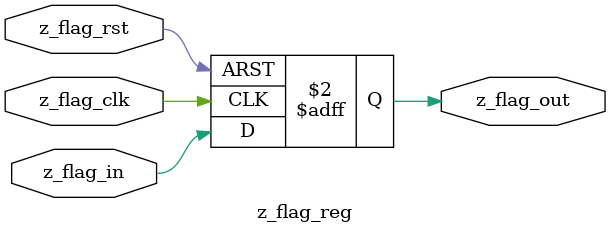
<source format=v>
module z_flag_reg(z_flag_clk, z_flag_rst, z_flag_in, z_flag_out);
    input z_flag_clk, z_flag_rst, z_flag_in;
    output reg z_flag_out;

    always @(posedge z_flag_clk or posedge z_flag_rst) begin
        if (z_flag_rst) begin
            z_flag_out <= 1'b0; // Reset the zero flag to 0
        end else begin
            z_flag_out <= z_flag_in; // Update the zero flag with the input
        end
    end
endmodule
</source>
